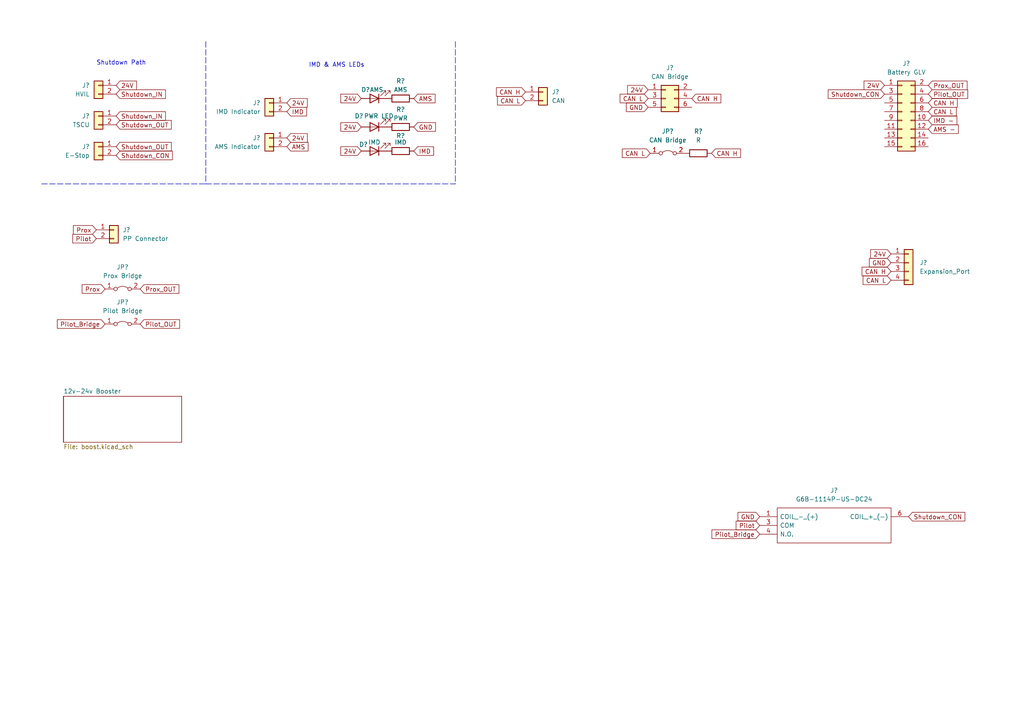
<source format=kicad_sch>
(kicad_sch (version 20211123) (generator eeschema)
  (paper "A4")
  (lib_symbols
    (symbol "Connector_Generic:Conn_01x02" (pin_names (offset 1.016) hide)
      (property "Reference" "J" (at 0 2.54 0))
      (property "Value" "Conn_01x02" (at 0 -5.08 0))
      (symbol "Conn_01x02_1_1"
        (rectangle (start -1.27 -2.413) (end 0 -2.667) (stroke (width 0.1524)))
        (rectangle (start -1.27 0.127) (end 0 -0.127) (stroke (width 0.1524)))
        (rectangle (start -1.27 1.27) (end 1.27 -3.81) (stroke (width 0.254)) (fill (type background)))
        (pin passive line (at -5.08 0 0) (length 3.81) (name "Pin_1") (number "1"))
        (pin passive line (at -5.08 -2.54 0) (length 3.81) (name "Pin_2") (number "2"))
      )
    )
    (symbol "Connector_Generic:Conn_01x04" (pin_names (offset 1.016) hide)
      (property "Reference" "J" (at 0 5.08 0))
      (property "Value" "Conn_01x04" (at 0 -7.62 0))
      (symbol "Conn_01x04_1_1"
        (rectangle (start -1.27 -4.953) (end 0 -5.207) (stroke (width 0.1524)))
        (rectangle (start -1.27 -2.413) (end 0 -2.667) (stroke (width 0.1524)))
        (rectangle (start -1.27 0.127) (end 0 -0.127) (stroke (width 0.1524)))
        (rectangle (start -1.27 2.667) (end 0 2.413) (stroke (width 0.1524)))
        (rectangle (start -1.27 3.81) (end 1.27 -6.35) (stroke (width 0.254)) (fill (type background)))
        (pin passive line (at -5.08 2.54 0) (length 3.81) (name "Pin_1") (number "1"))
        (pin passive line (at -5.08 0 0) (length 3.81) (name "Pin_2") (number "2"))
        (pin passive line (at -5.08 -2.54 0) (length 3.81) (name "Pin_3") (number "3"))
        (pin passive line (at -5.08 -5.08 0) (length 3.81) (name "Pin_4") (number "4"))
      )
    )
    (symbol "Connector_Generic:Conn_02x03_Odd_Even" (pin_names (offset 1.016) hide)
      (property "Reference" "J" (at 1.27 5.08 0))
      (property "Value" "Conn_02x03_Odd_Even" (at 1.27 -5.08 0))
      (symbol "Conn_02x03_Odd_Even_1_1"
        (rectangle (start -1.27 -2.413) (end 0 -2.667) (stroke (width 0.1524)))
        (rectangle (start -1.27 0.127) (end 0 -0.127) (stroke (width 0.1524)))
        (rectangle (start -1.27 2.667) (end 0 2.413) (stroke (width 0.1524)))
        (rectangle (start -1.27 3.81) (end 3.81 -3.81) (stroke (width 0.254)) (fill (type background)))
        (rectangle (start 3.81 -2.413) (end 2.54 -2.667) (stroke (width 0.1524)))
        (rectangle (start 3.81 0.127) (end 2.54 -0.127) (stroke (width 0.1524)))
        (rectangle (start 3.81 2.667) (end 2.54 2.413) (stroke (width 0.1524)))
        (pin passive line (at -5.08 2.54 0) (length 3.81) (name "Pin_1") (number "1"))
        (pin passive line (at 7.62 2.54 180) (length 3.81) (name "Pin_2") (number "2"))
        (pin passive line (at -5.08 0 0) (length 3.81) (name "Pin_3") (number "3"))
        (pin passive line (at 7.62 0 180) (length 3.81) (name "Pin_4") (number "4"))
        (pin passive line (at -5.08 -2.54 0) (length 3.81) (name "Pin_5") (number "5"))
        (pin passive line (at 7.62 -2.54 180) (length 3.81) (name "Pin_6") (number "6"))
      )
    )
    (symbol "Connector_Generic:Conn_02x08_Odd_Even" (pin_names (offset 1.016) hide)
      (property "Reference" "J" (at 1.27 10.16 0))
      (property "Value" "Conn_02x08_Odd_Even" (at 1.27 -12.7 0))
      (symbol "Conn_02x08_Odd_Even_1_1"
        (rectangle (start -1.27 -10.033) (end 0 -10.287) (stroke (width 0.1524)))
        (rectangle (start -1.27 -7.493) (end 0 -7.747) (stroke (width 0.1524)))
        (rectangle (start -1.27 -4.953) (end 0 -5.207) (stroke (width 0.1524)))
        (rectangle (start -1.27 -2.413) (end 0 -2.667) (stroke (width 0.1524)))
        (rectangle (start -1.27 0.127) (end 0 -0.127) (stroke (width 0.1524)))
        (rectangle (start -1.27 2.667) (end 0 2.413) (stroke (width 0.1524)))
        (rectangle (start -1.27 5.207) (end 0 4.953) (stroke (width 0.1524)))
        (rectangle (start -1.27 7.747) (end 0 7.493) (stroke (width 0.1524)))
        (rectangle (start -1.27 8.89) (end 3.81 -11.43) (stroke (width 0.254)) (fill (type background)))
        (rectangle (start 3.81 -10.033) (end 2.54 -10.287) (stroke (width 0.1524)))
        (rectangle (start 3.81 -7.493) (end 2.54 -7.747) (stroke (width 0.1524)))
        (rectangle (start 3.81 -4.953) (end 2.54 -5.207) (stroke (width 0.1524)))
        (rectangle (start 3.81 -2.413) (end 2.54 -2.667) (stroke (width 0.1524)))
        (rectangle (start 3.81 0.127) (end 2.54 -0.127) (stroke (width 0.1524)))
        (rectangle (start 3.81 2.667) (end 2.54 2.413) (stroke (width 0.1524)))
        (rectangle (start 3.81 5.207) (end 2.54 4.953) (stroke (width 0.1524)))
        (rectangle (start 3.81 7.747) (end 2.54 7.493) (stroke (width 0.1524)))
        (pin passive line (at -5.08 7.62 0) (length 3.81) (name "Pin_1") (number "1"))
        (pin passive line (at 7.62 -2.54 180) (length 3.81) (name "Pin_10") (number "10"))
        (pin passive line (at -5.08 -5.08 0) (length 3.81) (name "Pin_11") (number "11"))
        (pin passive line (at 7.62 -5.08 180) (length 3.81) (name "Pin_12") (number "12"))
        (pin passive line (at -5.08 -7.62 0) (length 3.81) (name "Pin_13") (number "13"))
        (pin passive line (at 7.62 -7.62 180) (length 3.81) (name "Pin_14") (number "14"))
        (pin passive line (at -5.08 -10.16 0) (length 3.81) (name "Pin_15") (number "15"))
        (pin passive line (at 7.62 -10.16 180) (length 3.81) (name "Pin_16") (number "16"))
        (pin passive line (at 7.62 7.62 180) (length 3.81) (name "Pin_2") (number "2"))
        (pin passive line (at -5.08 5.08 0) (length 3.81) (name "Pin_3") (number "3"))
        (pin passive line (at 7.62 5.08 180) (length 3.81) (name "Pin_4") (number "4"))
        (pin passive line (at -5.08 2.54 0) (length 3.81) (name "Pin_5") (number "5"))
        (pin passive line (at 7.62 2.54 180) (length 3.81) (name "Pin_6") (number "6"))
        (pin passive line (at -5.08 0 0) (length 3.81) (name "Pin_7") (number "7"))
        (pin passive line (at 7.62 0 180) (length 3.81) (name "Pin_8") (number "8"))
        (pin passive line (at -5.08 -2.54 0) (length 3.81) (name "Pin_9") (number "9"))
      )
    )
    (symbol "Custom:G6B-1114P-US-DC24" (pin_names (offset 0.762))
      (property "Reference" "J" (at 39.37 7.62 0))
      (property "Value" "G6B-1114P-US-DC24" (at 39.37 5.08 0))
      (symbol "G6B-1114P-US-DC24_0_0"
        (pin passive line (at 0 0 0) (length 5.08) (name "COIL_-_(+)") (number "1"))
        (pin passive line (at 0 -2.54 0) (length 5.08) (name "COM") (number "3"))
        (pin passive line (at 0 -5.08 0) (length 5.08) (name "N.O.") (number "4"))
        (pin passive line (at 43.18 0 180) (length 5.08) (name "COIL_+_(-)") (number "6"))
      )
      (symbol "G6B-1114P-US-DC24_0_1"
        (polyline (pts (xy 5.08 2.54) (xy 38.1 2.54) (xy 38.1 -7.62) (xy 5.08 -7.62) (xy 5.08 2.54)) (stroke (width 0.1524)))
      )
    )
    (symbol "Device:LED" (pin_numbers hide) (pin_names (offset 1.016) hide)
      (property "Reference" "D" (at 0 2.54 0))
      (property "Value" "LED" (at 0 -2.54 0))
      (symbol "LED_0_1"
        (polyline (pts (xy -1.27 -1.27) (xy -1.27 1.27)) (stroke (width 0.254)))
        (polyline (pts (xy -1.27 0) (xy 1.27 0)))
        (polyline (pts (xy 1.27 -1.27) (xy 1.27 1.27) (xy -1.27 0) (xy 1.27 -1.27)) (stroke (width 0.254)))
        (polyline (pts (xy -3.048 -0.762) (xy -4.572 -2.286) (xy -3.81 -2.286) (xy -4.572 -2.286) (xy -4.572 -1.524)))
        (polyline (pts (xy -1.778 -0.762) (xy -3.302 -2.286) (xy -2.54 -2.286) (xy -3.302 -2.286) (xy -3.302 -1.524)))
      )
      (symbol "LED_1_1"
        (pin passive line (at -3.81 0 0) (length 2.54) (name "K") (number "1"))
        (pin passive line (at 3.81 0 180) (length 2.54) (name "A") (number "2"))
      )
    )
    (symbol "Device:R" (pin_numbers hide) (pin_names (offset 0))
      (property "Reference" "R" (at 2.032 0 90))
      (property "Value" "R" (at 0 0 90))
      (symbol "R_0_1"
        (rectangle (start -1.016 -2.54) (end 1.016 2.54) (stroke (width 0.254)))
      )
      (symbol "R_1_1"
        (pin passive line (at 0 3.81 270) (length 1.27) (name "~") (number "1"))
        (pin passive line (at 0 -3.81 90) (length 1.27) (name "~") (number "2"))
      )
    )
    (symbol "Jumper:Jumper_2_Bridged" (pin_names (offset 0) hide)
      (property "Reference" "JP" (at 0 1.905 0))
      (property "Value" "Jumper_2_Bridged" (at 0 -2.54 0))
      (symbol "Jumper_2_Bridged_0_0"
        (circle (center -2.032 0) (radius 0.508))
        (circle (center 2.032 0) (radius 0.508))
      )
      (symbol "Jumper_2_Bridged_0_1"
        (arc (start 1.524 0.254) (mid 0 0.762) (end -1.524 0.254))
      )
      (symbol "Jumper_2_Bridged_1_1"
        (pin passive line (at -5.08 0 0) (length 2.54) (name "A") (number "1"))
        (pin passive line (at 5.08 0 180) (length 2.54) (name "B") (number "2"))
      )
    )
  )
  (polyline (pts (xy 12.065 53.34) (xy 59.69 53.34)))
  (polyline (pts (xy 59.69 12.065) (xy 59.69 53.34)))
  (polyline (pts (xy 59.69 53.34) (xy 132.08 53.34)))
  (polyline (pts (xy 132.08 12.065) (xy 132.08 53.34)))
  (text "IMD & AMS LEDs" (at 89.535 19.685 0) (effects (font (size 1.27 1.27)) (justify left bottom)))
  (text "Shutdown Path" (at 27.94 19.05 0) (effects (font (size 1.27 1.27)) (justify left bottom)))
  (global_label "Pilot_OUT" (shape input) (at 269.24 27.305 0) (property "Intersheet References" "${INTERSHEET_REFS}" (effects hide)))
  (global_label "Shutdown_OUT" (shape input) (at 33.655 42.545 0) (property "Intersheet References" "${INTERSHEET_REFS}" (effects hide)))
  (global_label "24V" (shape input) (at 258.445 73.66 180) (property "Intersheet References" "${INTERSHEET_REFS}" (effects hide)))
  (global_label "AMS" (shape input) (at 83.185 42.545 0) (property "Intersheet References" "${INTERSHEET_REFS}" (effects hide)))
  (global_label "AMS -" (shape input) (at 269.24 37.465 0) (property "Intersheet References" "${INTERSHEET_REFS}" (effects hide)))
  (global_label "GND" (shape input) (at 258.445 76.2 180) (property "Intersheet References" "${INTERSHEET_REFS}" (effects hide)))
  (global_label "Pilot_Bridge" (shape input) (at 30.48 93.98 180) (property "Intersheet References" "${INTERSHEET_REFS}" (effects hide)))
  (global_label "CAN L" (shape input) (at 258.445 81.28 180) (property "Intersheet References" "${INTERSHEET_REFS}" (effects hide)))
  (global_label "24V" (shape input) (at 256.54 24.765 180) (property "Intersheet References" "${INTERSHEET_REFS}" (effects hide)))
  (global_label "CAN H" (shape input) (at 206.375 44.45 0) (property "Intersheet References" "${INTERSHEET_REFS}" (effects hide)))
  (global_label "CAN H" (shape input) (at 258.445 78.74 180) (property "Intersheet References" "${INTERSHEET_REFS}" (effects hide)))
  (global_label "CAN H" (shape input) (at 152.4 26.67 180) (property "Intersheet References" "${INTERSHEET_REFS}" (effects hide)))
  (global_label "24V" (shape input) (at 83.185 40.005 0) (property "Intersheet References" "${INTERSHEET_REFS}" (effects hide)))
  (global_label "CAN H" (shape input) (at 200.66 28.575 0) (property "Intersheet References" "${INTERSHEET_REFS}" (effects hide)))
  (global_label "IMD -" (shape input) (at 269.24 34.925 0) (property "Intersheet References" "${INTERSHEET_REFS}" (effects hide)))
  (global_label "24V" (shape input) (at 187.96 26.035 180) (property "Intersheet References" "${INTERSHEET_REFS}" (effects hide)))
  (global_label "CAN L" (shape input) (at 188.595 44.45 180) (property "Intersheet References" "${INTERSHEET_REFS}" (effects hide)))
  (global_label "Shutdown_CON" (shape input) (at 263.525 149.86 0) (property "Intersheet References" "${INTERSHEET_REFS}" (effects hide)))
  (global_label "GND" (shape input) (at 120.015 36.83 0) (property "Intersheet References" "${INTERSHEET_REFS}" (effects hide)))
  (global_label "24V" (shape input) (at 104.775 36.83 180) (property "Intersheet References" "${INTERSHEET_REFS}" (effects hide)))
  (global_label "24V" (shape input) (at 83.185 29.845 0) (property "Intersheet References" "${INTERSHEET_REFS}" (effects hide)))
  (global_label "24V" (shape input) (at 104.775 28.575 180) (property "Intersheet References" "${INTERSHEET_REFS}" (effects hide)))
  (global_label "GND" (shape input) (at 220.345 149.86 180) (property "Intersheet References" "${INTERSHEET_REFS}" (effects hide)))
  (global_label "Prox" (shape input) (at 30.48 83.82 180) (property "Intersheet References" "${INTERSHEET_REFS}" (effects hide)))
  (global_label "Shutdown_IN" (shape input) (at 33.655 27.305 0) (property "Intersheet References" "${INTERSHEET_REFS}" (effects hide)))
  (global_label "Pilot_Bridge" (shape input) (at 220.345 154.94 180) (property "Intersheet References" "${INTERSHEET_REFS}" (effects hide)))
  (global_label "CAN L" (shape input) (at 187.96 28.575 180) (property "Intersheet References" "${INTERSHEET_REFS}" (effects hide)))
  (global_label "CAN H" (shape input) (at 269.24 29.845 0) (property "Intersheet References" "${INTERSHEET_REFS}" (effects hide)))
  (global_label "Prox" (shape input) (at 27.94 66.675 180) (property "Intersheet References" "${INTERSHEET_REFS}" (effects hide)))
  (global_label "Pilot_OUT" (shape input) (at 40.64 93.98 0) (property "Intersheet References" "${INTERSHEET_REFS}" (effects hide)))
  (global_label "AMS" (shape input) (at 120.015 28.575 0) (property "Intersheet References" "${INTERSHEET_REFS}" (effects hide)))
  (global_label "Shutdown_OUT" (shape input) (at 33.655 36.195 0) (property "Intersheet References" "${INTERSHEET_REFS}" (effects hide)))
  (global_label "GND" (shape input) (at 187.96 31.115 180) (property "Intersheet References" "${INTERSHEET_REFS}" (effects hide)))
  (global_label "Prox_OUT" (shape input) (at 269.24 24.765 0) (property "Intersheet References" "${INTERSHEET_REFS}" (effects hide)))
  (global_label "Shutdown_CON" (shape input) (at 256.54 27.305 180) (property "Intersheet References" "${INTERSHEET_REFS}" (effects hide)))
  (global_label "24V" (shape input) (at 33.655 24.765 0) (property "Intersheet References" "${INTERSHEET_REFS}" (effects hide)))
  (global_label "CAN L" (shape input) (at 269.24 32.385 0) (property "Intersheet References" "${INTERSHEET_REFS}" (effects hide)))
  (global_label "IMD" (shape input) (at 83.185 32.385 0) (property "Intersheet References" "${INTERSHEET_REFS}" (effects hide)))
  (global_label "Pilot" (shape input) (at 220.345 152.4 180) (property "Intersheet References" "${INTERSHEET_REFS}" (effects hide)))
  (global_label "Pilot" (shape input) (at 27.94 69.215 180) (property "Intersheet References" "${INTERSHEET_REFS}" (effects hide)))
  (global_label "24V" (shape input) (at 104.775 43.815 180) (property "Intersheet References" "${INTERSHEET_REFS}" (effects hide)))
  (global_label "Prox_OUT" (shape input) (at 40.64 83.82 0) (property "Intersheet References" "${INTERSHEET_REFS}" (effects hide)))
  (global_label "IMD" (shape input) (at 120.015 43.815 0) (property "Intersheet References" "${INTERSHEET_REFS}" (effects hide)))
  (global_label "Shutdown_CON" (shape input) (at 33.655 45.085 0) (property "Intersheet References" "${INTERSHEET_REFS}" (effects hide)))
  (global_label "CAN L" (shape input) (at 152.4 29.21 180) (property "Intersheet References" "${INTERSHEET_REFS}" (effects hide)))
  (global_label "Shutdown_IN" (shape input) (at 33.655 33.655 0) (property "Intersheet References" "${INTERSHEET_REFS}" (effects hide)))
  (symbol (lib_id "Device:R") (at 116.205 43.815 90) (unit 1)
    (property "Reference" "R?" (at 116.205 39.37 90))
    (property "Value" "IMD" (at 116.205 41.275 90))
  )
  (symbol (lib_id "Device:LED") (at 108.585 43.815 180) (unit 1)
    (property "Reference" "D?" (at 105.41 41.91 0))
    (property "Value" "IMD" (at 108.585 41.275 0))
  )
  (symbol (lib_id "Device:LED") (at 108.585 36.83 180) (unit 1)
    (property "Reference" "D?" (at 104.14 33.655 0))
    (property "Value" "PWR LED" (at 109.855 33.655 0))
  )
  (symbol (lib_id "Connector_Generic:Conn_01x02") (at 157.48 26.67 0) (unit 1)
    (property "Reference" "J?" (at 160.02 26.6699 0) (effects (justify left)))
    (property "Value" "CAN" (at 160.02 29.2099 0) (effects (justify left)))
  )
  (symbol (lib_id "Connector_Generic:Conn_01x02") (at 78.105 29.845 0) (mirror y) (unit 1)
    (property "Reference" "J?" (at 75.565 29.8449 0) (effects (justify left)))
    (property "Value" "IMD Indicator" (at 75.565 32.3849 0) (effects (justify left)))
  )
  (symbol (lib_id "Connector_Generic:Conn_01x02") (at 28.575 24.765 0) (mirror y) (unit 1)
    (property "Reference" "J?" (at 26.035 24.7649 0) (effects (justify left)))
    (property "Value" "HVIL" (at 26.035 27.3049 0) (effects (justify left)))
  )
  (symbol (lib_id "Connector_Generic:Conn_02x08_Odd_Even") (at 261.62 32.385 0) (unit 1)
    (property "Reference" "J?" (at 262.89 18.415 0))
    (property "Value" "Battery GLV" (at 262.89 20.955 0))
  )
  (symbol (lib_id "Device:LED") (at 108.585 28.575 180) (unit 1)
    (property "Reference" "D?" (at 106.045 26.035 0))
    (property "Value" "AMS" (at 109.22 26.035 0))
  )
  (symbol (lib_id "Connector_Generic:Conn_01x02") (at 28.575 42.545 0) (mirror y) (unit 1)
    (property "Reference" "J?" (at 26.035 42.5449 0) (effects (justify left)))
    (property "Value" "E-Stop" (at 26.035 45.0849 0) (effects (justify left)))
  )
  (symbol (lib_id "Connector_Generic:Conn_01x02") (at 28.575 33.655 0) (mirror y) (unit 1)
    (property "Reference" "J?" (at 26.035 33.6549 0) (effects (justify left)))
    (property "Value" "TSCU" (at 26.035 36.1949 0) (effects (justify left)))
  )
  (symbol (lib_id "Jumper:Jumper_2_Bridged") (at 35.56 93.98 0) (unit 1)
    (property "Reference" "JP?" (at 35.56 87.63 0))
    (property "Value" "Pilot Bridge" (at 35.56 90.17 0))
  )
  (symbol (lib_id "Jumper:Jumper_2_Bridged") (at 193.675 44.45 0) (unit 1)
    (property "Reference" "JP?" (at 193.675 38.1 0))
    (property "Value" "CAN Bridge" (at 193.675 40.64 0))
  )
  (symbol (lib_id "Connector_Generic:Conn_01x02") (at 33.02 66.675 0) (unit 1)
    (property "Reference" "J?" (at 35.56 66.6749 0) (effects (justify left)))
    (property "Value" "PP Connector" (at 35.56 69.2149 0) (effects (justify left)))
  )
  (symbol (lib_id "Connector_Generic:Conn_01x02") (at 78.105 40.005 0) (mirror y) (unit 1)
    (property "Reference" "J?" (at 75.565 40.0049 0) (effects (justify left)))
    (property "Value" "AMS Indicator" (at 75.565 42.5449 0) (effects (justify left)))
  )
  (symbol (lib_id "Device:R") (at 202.565 44.45 90) (unit 1)
    (property "Reference" "R?" (at 202.565 38.1 90))
    (property "Value" "R" (at 202.565 40.64 90))
  )
  (symbol (lib_id "Custom:G6B-1114P-US-DC24") (at 220.345 149.86 0) (unit 1)
    (property "Reference" "J?" (at 241.935 142.24 0))
    (property "Value" "G6B-1114P-US-DC24" (at 241.935 144.78 0))
    (property "Footprint" "G6B1114PUSDC24" (effects hide))
    (property "Description" "Relay; 5 A; 24 VDC; Electro-Mechanical; 3000 VAC; 1 Form A" (effects hide))
    (property "Height" "10" (effects hide))
    (property "Mouser Part Number" "653-G6B-1114P-DC24" (effects hide))
    (property "Mouser Price/Stock" "https://www.mouser.co.uk/ProductDetail/Omron-Electronics/G6B-1114P-US-DC24?qs=pWf36BUtxBj2o31P%2FlZVCQ%3D%3D" (effects hide))
    (property "Manufacturer_Name" "Omron Electronics" (effects hide))
    (property "Manufacturer_Part_Number" "G6B-1114P-US-DC24" (effects hide))
  )
  (symbol (lib_id "Device:R") (at 116.205 36.83 90) (unit 1)
    (property "Reference" "R?" (at 116.205 31.75 90))
    (property "Value" "PWR" (at 116.205 34.29 90))
  )
  (symbol (lib_id "Connector_Generic:Conn_01x04") (at 263.525 76.2 0) (unit 1)
    (property "Reference" "J?" (at 266.7 76.1999 0) (effects (justify left)))
    (property "Value" "Expansion_Port" (at 266.7 78.7399 0) (effects (justify left)))
  )
  (symbol (lib_id "Jumper:Jumper_2_Bridged") (at 35.56 83.82 0) (unit 1)
    (property "Reference" "JP?" (at 35.56 77.47 0))
    (property "Value" "Prox Bridge" (at 35.56 80.01 0))
  )
  (symbol (lib_id "Device:R") (at 116.205 28.575 90) (unit 1)
    (property "Reference" "R?" (at 116.205 23.495 90))
    (property "Value" "AMS" (at 116.205 26.035 90))
  )
  (symbol (lib_id "Connector_Generic:Conn_02x03_Odd_Even") (at 193.04 28.575 0) (unit 1)
    (property "Reference" "J?" (at 194.31 19.685 0))
    (property "Value" "CAN Bridge" (at 194.31 22.225 0))
  )
  (sheet (at 18.415 114.935) (size 34.29 13.335) (stroke (width 0.1524))
    (property "Sheet name" "12v-24v Booster" (at 18.415 114.2234 0) (effects (justify left bottom)))
    (property "Sheet file" "boost.kicad_sch" (at 18.415 128.8546 0) (effects (justify left top)))
  )
)
</source>
